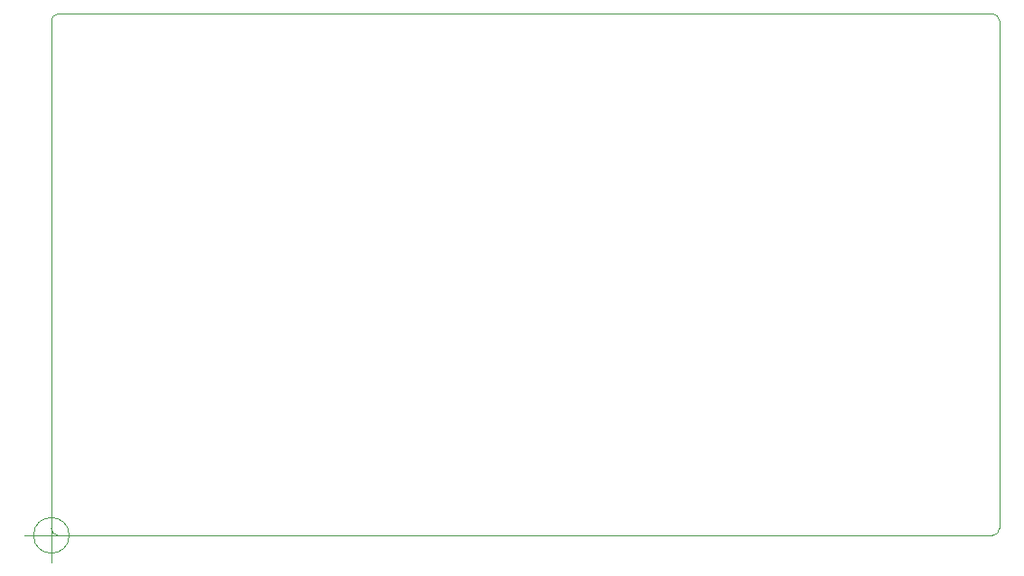
<source format=gbr>
G04 #@! TF.GenerationSoftware,KiCad,Pcbnew,(5.1.5)-3*
G04 #@! TF.CreationDate,2020-07-24T15:51:43-07:00*
G04 #@! TF.ProjectId,DSABATLI1,44534142-4154-44c4-9931-2e6b69636164,rev?*
G04 #@! TF.SameCoordinates,Original*
G04 #@! TF.FileFunction,Profile,NP*
%FSLAX46Y46*%
G04 Gerber Fmt 4.6, Leading zero omitted, Abs format (unit mm)*
G04 Created by KiCad (PCBNEW (5.1.5)-3) date 2020-07-24 15:51:43*
%MOMM*%
%LPD*%
G04 APERTURE LIST*
%ADD10C,0.050000*%
G04 APERTURE END LIST*
D10*
X110251666Y-129540000D02*
G75*
G03X110251666Y-129540000I-1666666J0D01*
G01*
X106085000Y-129540000D02*
X111085000Y-129540000D01*
X108585000Y-127040000D02*
X108585000Y-132040000D01*
X108585000Y-81280000D02*
X108585000Y-128905000D01*
X196850000Y-80645000D02*
X109220000Y-80645000D01*
X197485000Y-128905000D02*
X197485000Y-81280000D01*
X109220000Y-129540000D02*
X196850000Y-129540000D01*
X196850000Y-80645000D02*
G75*
G02X197485000Y-81280000I0J-635000D01*
G01*
X108585000Y-81280000D02*
G75*
G02X109220000Y-80645000I635000J0D01*
G01*
X109220000Y-129540000D02*
G75*
G02X108585000Y-128905000I0J635000D01*
G01*
X197485000Y-128905000D02*
G75*
G02X196850000Y-129540000I-635000J0D01*
G01*
M02*

</source>
